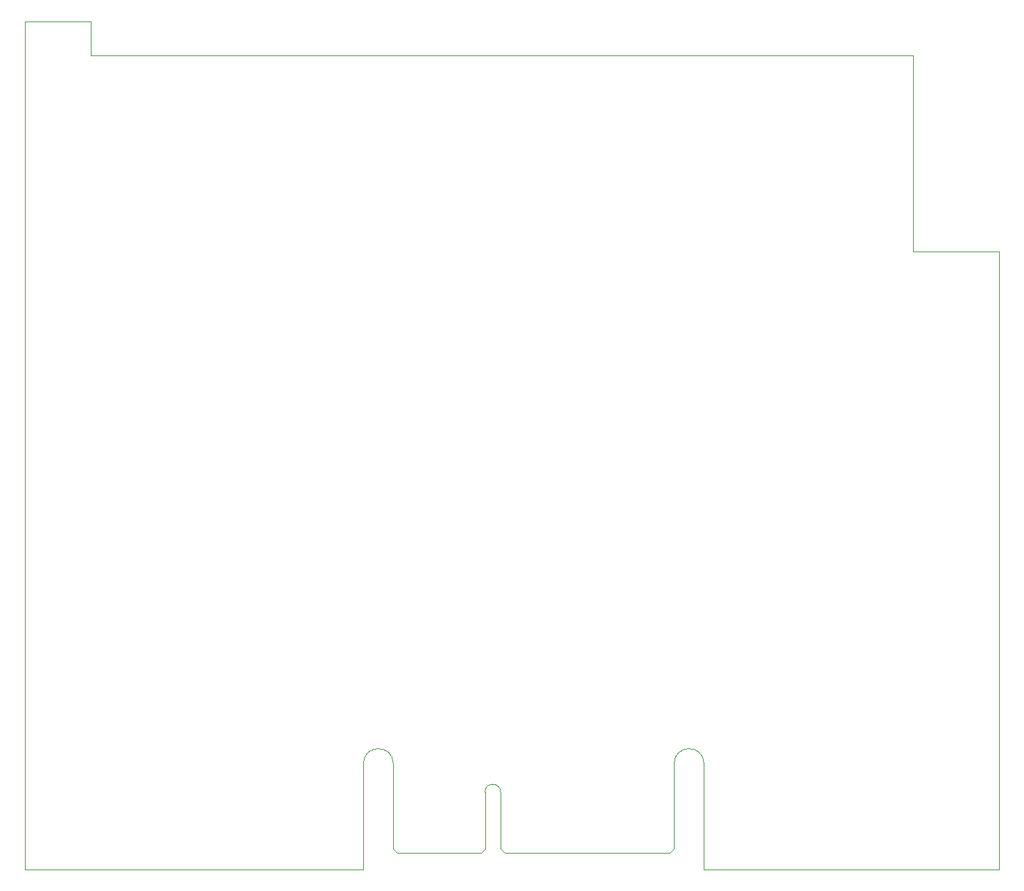
<source format=gm1>
G04*
G04 #@! TF.GenerationSoftware,Altium Limited,Altium Designer,23.10.1 (27)*
G04*
G04 Layer_Color=16711935*
%FSAX25Y25*%
%MOIN*%
G70*
G04*
G04 #@! TF.SameCoordinates,24A0423C-D8D6-4CDA-AFC9-E754AC273B9F*
G04*
G04*
G04 #@! TF.FilePolarity,Positive*
G04*
G01*
G75*
%ADD11C,0.00394*%
D11*
X0326575Y0050886D02*
G03*
X0312205Y0050886I-0007185J0000000D01*
G01*
X0177165D02*
G03*
X0162795Y0050886I-0007185J0000000D01*
G01*
X0228740Y0037205D02*
G03*
X0221260Y0037205I-0003740J0000000D01*
G01*
X0427165Y0297244D02*
X0468504D01*
X0468504D02*
X0468504Y0000000D01*
X0031890Y0391732D02*
X0427165D01*
Y0297244D02*
Y0391732D01*
X0000000Y0407874D02*
X0031890D01*
X0000000Y0000000D02*
Y0407874D01*
X0031890Y0391732D02*
Y0407874D01*
X0000000Y-0000000D02*
X0162795Y0000000D01*
X0326575D02*
Y0050886D01*
X0312205Y0009843D02*
Y0050886D01*
X0326575Y0000000D02*
X0468504D01*
X0162795D02*
Y0050886D01*
X0177165Y0009843D02*
Y0050886D01*
X0179134Y0007874D02*
X0219291D01*
X0221260Y0009843D02*
Y0037205D01*
X0228740Y0009843D02*
Y0037205D01*
X0230709Y0007874D02*
X0310236D01*
X0177165Y0009843D02*
X0179134Y0007874D01*
X0219291D02*
X0221260Y0009843D01*
X0228740D02*
X0230709Y0007874D01*
X0310236D02*
X0312205Y0009843D01*
M02*

</source>
